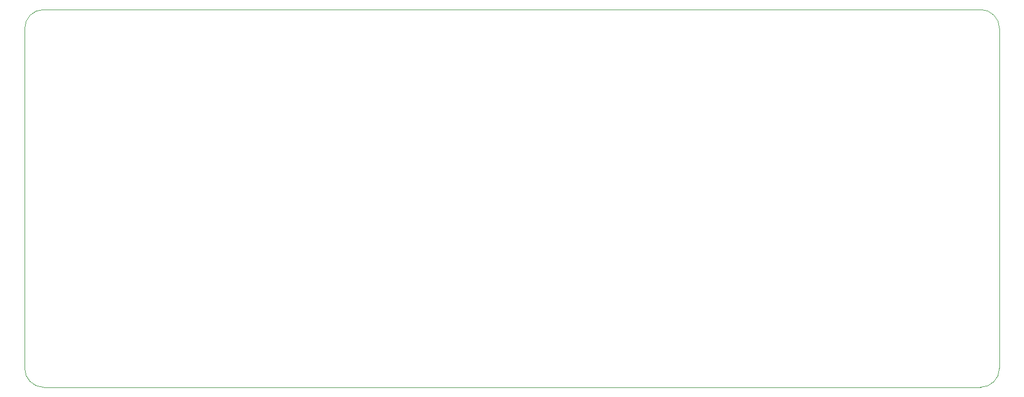
<source format=gbr>
G04 #@! TF.GenerationSoftware,KiCad,Pcbnew,(5.0.1-3-g963ef8bb5)*
G04 #@! TF.CreationDate,2019-03-25T10:55:27+01:00*
G04 #@! TF.ProjectId,Arm_stepper,41726D5F737465707065722E6B696361,rev?*
G04 #@! TF.SameCoordinates,Original*
G04 #@! TF.FileFunction,Profile,NP*
%FSLAX46Y46*%
G04 Gerber Fmt 4.6, Leading zero omitted, Abs format (unit mm)*
G04 Created by KiCad (PCBNEW (5.0.1-3-g963ef8bb5)) date 2019 March 25, Monday 10:55:27*
%MOMM*%
%LPD*%
G01*
G04 APERTURE LIST*
%ADD10C,0.100000*%
G04 APERTURE END LIST*
D10*
X41000000Y-156000000D02*
G75*
G02X38000000Y-153000000I0J3000000D01*
G01*
X38000000Y-99000000D02*
G75*
G02X41000000Y-96000000I3000000J0D01*
G01*
X192500000Y-153000000D02*
G75*
G02X189500000Y-156000000I-3000000J0D01*
G01*
X189500000Y-96000000D02*
G75*
G02X192500000Y-99000000I0J-3000000D01*
G01*
X148000000Y-156000000D02*
X189500000Y-156000000D01*
X148000000Y-96000000D02*
X189500000Y-96000000D01*
X148000000Y-96000000D02*
X41000000Y-96000000D01*
X192500000Y-153000000D02*
X192500000Y-99000000D01*
X41000000Y-156000000D02*
X148000000Y-156000000D01*
X38000000Y-99000000D02*
X38000000Y-153000000D01*
M02*

</source>
